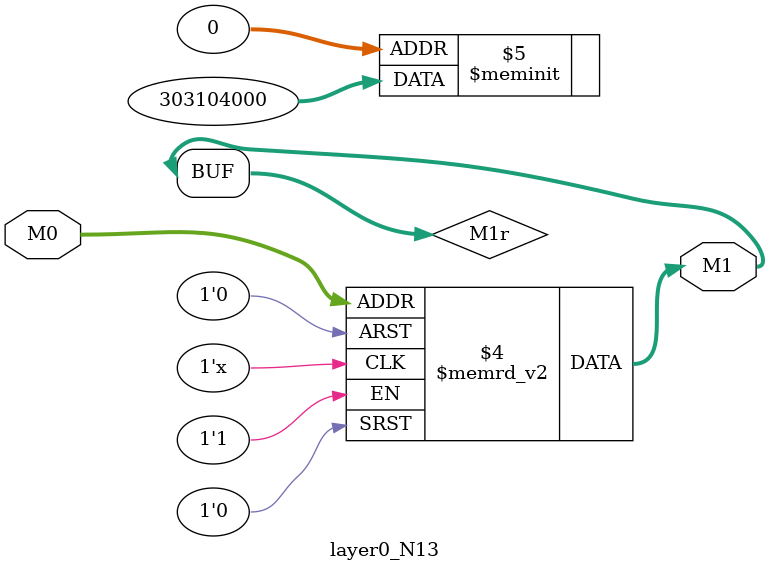
<source format=v>
module layer0_N13 ( input [3:0] M0, output [1:0] M1 );

	(*rom_style = "distributed" *) reg [1:0] M1r;
	assign M1 = M1r;
	always @ (M0) begin
		case (M0)
			4'b0000: M1r = 2'b00;
			4'b1000: M1r = 2'b01;
			4'b0100: M1r = 2'b00;
			4'b1100: M1r = 2'b10;
			4'b0010: M1r = 2'b00;
			4'b1010: M1r = 2'b01;
			4'b0110: M1r = 2'b00;
			4'b1110: M1r = 2'b01;
			4'b0001: M1r = 2'b00;
			4'b1001: M1r = 2'b00;
			4'b0101: M1r = 2'b00;
			4'b1101: M1r = 2'b00;
			4'b0011: M1r = 2'b00;
			4'b1011: M1r = 2'b00;
			4'b0111: M1r = 2'b00;
			4'b1111: M1r = 2'b00;

		endcase
	end
endmodule

</source>
